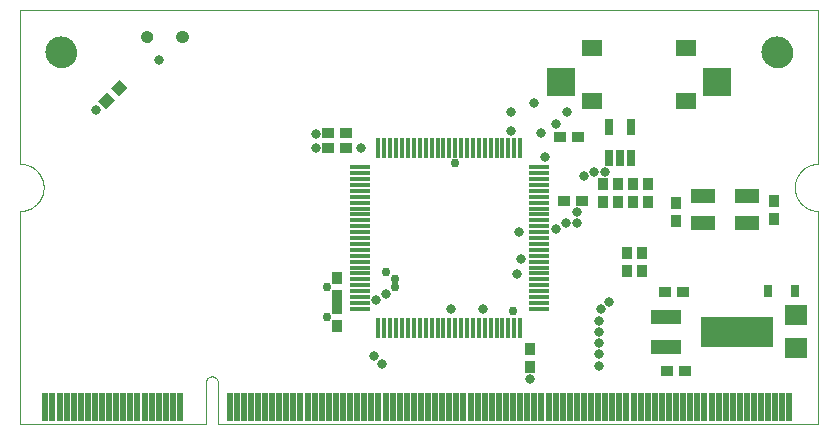
<source format=gts>
G75*
%MOIN*%
%OFA0B0*%
%FSLAX25Y25*%
%IPPOS*%
%LPD*%
%AMOC8*
5,1,8,0,0,1.08239X$1,22.5*
%
%ADD10C,0.00000*%
%ADD11C,0.10433*%
%ADD12R,0.09465X0.09465*%
%ADD13R,0.03740X0.04134*%
%ADD14R,0.04134X0.03740*%
%ADD15R,0.07677X0.06890*%
%ADD16C,0.04134*%
%ADD17R,0.06890X0.01772*%
%ADD18R,0.01772X0.06890*%
%ADD19R,0.08071X0.04921*%
%ADD20R,0.24213X0.10433*%
%ADD21R,0.10433X0.04528*%
%ADD22R,0.02362X0.09646*%
%ADD23R,0.02791X0.05591*%
%ADD24R,0.06693X0.05709*%
%ADD25R,0.03071X0.03858*%
%ADD26C,0.03291*%
%ADD27C,0.02953*%
D10*
X0005000Y0005000D02*
X0005000Y0075866D01*
X0005192Y0075868D01*
X0005383Y0075875D01*
X0005575Y0075887D01*
X0005766Y0075903D01*
X0005956Y0075924D01*
X0006146Y0075950D01*
X0006336Y0075980D01*
X0006524Y0076015D01*
X0006712Y0076054D01*
X0006899Y0076098D01*
X0007084Y0076147D01*
X0007268Y0076200D01*
X0007451Y0076257D01*
X0007633Y0076319D01*
X0007813Y0076386D01*
X0007991Y0076456D01*
X0008168Y0076531D01*
X0008342Y0076611D01*
X0008515Y0076694D01*
X0008685Y0076782D01*
X0008854Y0076873D01*
X0009020Y0076969D01*
X0009183Y0077069D01*
X0009345Y0077173D01*
X0009503Y0077281D01*
X0009659Y0077392D01*
X0009812Y0077508D01*
X0009963Y0077627D01*
X0010110Y0077749D01*
X0010254Y0077876D01*
X0010396Y0078005D01*
X0010534Y0078138D01*
X0010669Y0078275D01*
X0010800Y0078415D01*
X0010928Y0078557D01*
X0011052Y0078703D01*
X0011173Y0078852D01*
X0011290Y0079004D01*
X0011404Y0079158D01*
X0011514Y0079316D01*
X0011619Y0079476D01*
X0011721Y0079638D01*
X0011819Y0079803D01*
X0011913Y0079970D01*
X0012003Y0080140D01*
X0012088Y0080311D01*
X0012170Y0080485D01*
X0012247Y0080660D01*
X0012320Y0080838D01*
X0012388Y0081017D01*
X0012452Y0081198D01*
X0012512Y0081380D01*
X0012567Y0081563D01*
X0012618Y0081748D01*
X0012664Y0081934D01*
X0012706Y0082122D01*
X0012743Y0082310D01*
X0012776Y0082499D01*
X0012803Y0082688D01*
X0012827Y0082879D01*
X0012845Y0083070D01*
X0012859Y0083261D01*
X0012869Y0083452D01*
X0012873Y0083644D01*
X0012873Y0083836D01*
X0012869Y0084028D01*
X0012859Y0084219D01*
X0012845Y0084410D01*
X0012827Y0084601D01*
X0012803Y0084792D01*
X0012776Y0084981D01*
X0012743Y0085170D01*
X0012706Y0085358D01*
X0012664Y0085546D01*
X0012618Y0085732D01*
X0012567Y0085917D01*
X0012512Y0086100D01*
X0012452Y0086282D01*
X0012388Y0086463D01*
X0012320Y0086642D01*
X0012247Y0086820D01*
X0012170Y0086995D01*
X0012088Y0087169D01*
X0012003Y0087340D01*
X0011913Y0087510D01*
X0011819Y0087677D01*
X0011721Y0087842D01*
X0011619Y0088004D01*
X0011514Y0088164D01*
X0011404Y0088322D01*
X0011290Y0088476D01*
X0011173Y0088628D01*
X0011052Y0088777D01*
X0010928Y0088923D01*
X0010800Y0089065D01*
X0010669Y0089205D01*
X0010534Y0089342D01*
X0010396Y0089475D01*
X0010254Y0089604D01*
X0010110Y0089731D01*
X0009963Y0089853D01*
X0009812Y0089972D01*
X0009659Y0090088D01*
X0009503Y0090199D01*
X0009345Y0090307D01*
X0009183Y0090411D01*
X0009020Y0090511D01*
X0008854Y0090607D01*
X0008685Y0090698D01*
X0008515Y0090786D01*
X0008342Y0090869D01*
X0008168Y0090949D01*
X0007991Y0091024D01*
X0007813Y0091094D01*
X0007633Y0091161D01*
X0007451Y0091223D01*
X0007268Y0091280D01*
X0007084Y0091333D01*
X0006899Y0091382D01*
X0006712Y0091426D01*
X0006524Y0091465D01*
X0006336Y0091500D01*
X0006146Y0091530D01*
X0005956Y0091556D01*
X0005766Y0091577D01*
X0005575Y0091593D01*
X0005383Y0091605D01*
X0005192Y0091612D01*
X0005000Y0091614D01*
X0005000Y0142795D01*
X0271142Y0142795D01*
X0271142Y0091614D01*
X0270950Y0091612D01*
X0270759Y0091605D01*
X0270567Y0091593D01*
X0270376Y0091577D01*
X0270186Y0091556D01*
X0269996Y0091530D01*
X0269806Y0091500D01*
X0269618Y0091465D01*
X0269430Y0091426D01*
X0269243Y0091382D01*
X0269058Y0091333D01*
X0268874Y0091280D01*
X0268691Y0091223D01*
X0268509Y0091161D01*
X0268329Y0091094D01*
X0268151Y0091024D01*
X0267974Y0090949D01*
X0267800Y0090869D01*
X0267627Y0090786D01*
X0267457Y0090698D01*
X0267288Y0090607D01*
X0267122Y0090511D01*
X0266959Y0090411D01*
X0266797Y0090307D01*
X0266639Y0090199D01*
X0266483Y0090088D01*
X0266330Y0089972D01*
X0266179Y0089853D01*
X0266032Y0089731D01*
X0265888Y0089604D01*
X0265746Y0089475D01*
X0265608Y0089342D01*
X0265473Y0089205D01*
X0265342Y0089065D01*
X0265214Y0088923D01*
X0265090Y0088777D01*
X0264969Y0088628D01*
X0264852Y0088476D01*
X0264738Y0088322D01*
X0264628Y0088164D01*
X0264523Y0088004D01*
X0264421Y0087842D01*
X0264323Y0087677D01*
X0264229Y0087510D01*
X0264139Y0087340D01*
X0264054Y0087169D01*
X0263972Y0086995D01*
X0263895Y0086820D01*
X0263822Y0086642D01*
X0263754Y0086463D01*
X0263690Y0086282D01*
X0263630Y0086100D01*
X0263575Y0085917D01*
X0263524Y0085732D01*
X0263478Y0085546D01*
X0263436Y0085358D01*
X0263399Y0085170D01*
X0263366Y0084981D01*
X0263339Y0084792D01*
X0263315Y0084601D01*
X0263297Y0084410D01*
X0263283Y0084219D01*
X0263273Y0084028D01*
X0263269Y0083836D01*
X0263269Y0083644D01*
X0263273Y0083452D01*
X0263283Y0083261D01*
X0263297Y0083070D01*
X0263315Y0082879D01*
X0263339Y0082688D01*
X0263366Y0082499D01*
X0263399Y0082310D01*
X0263436Y0082122D01*
X0263478Y0081934D01*
X0263524Y0081748D01*
X0263575Y0081563D01*
X0263630Y0081380D01*
X0263690Y0081198D01*
X0263754Y0081017D01*
X0263822Y0080838D01*
X0263895Y0080660D01*
X0263972Y0080485D01*
X0264054Y0080311D01*
X0264139Y0080140D01*
X0264229Y0079970D01*
X0264323Y0079803D01*
X0264421Y0079638D01*
X0264523Y0079476D01*
X0264628Y0079316D01*
X0264738Y0079158D01*
X0264852Y0079004D01*
X0264969Y0078852D01*
X0265090Y0078703D01*
X0265214Y0078557D01*
X0265342Y0078415D01*
X0265473Y0078275D01*
X0265608Y0078138D01*
X0265746Y0078005D01*
X0265888Y0077876D01*
X0266032Y0077749D01*
X0266179Y0077627D01*
X0266330Y0077508D01*
X0266483Y0077392D01*
X0266639Y0077281D01*
X0266797Y0077173D01*
X0266959Y0077069D01*
X0267122Y0076969D01*
X0267288Y0076873D01*
X0267457Y0076782D01*
X0267627Y0076694D01*
X0267800Y0076611D01*
X0267974Y0076531D01*
X0268151Y0076456D01*
X0268329Y0076386D01*
X0268509Y0076319D01*
X0268691Y0076257D01*
X0268874Y0076200D01*
X0269058Y0076147D01*
X0269243Y0076098D01*
X0269430Y0076054D01*
X0269618Y0076015D01*
X0269806Y0075980D01*
X0269996Y0075950D01*
X0270186Y0075924D01*
X0270376Y0075903D01*
X0270567Y0075887D01*
X0270759Y0075875D01*
X0270950Y0075868D01*
X0271142Y0075866D01*
X0271142Y0005000D01*
X0070945Y0005000D01*
X0070945Y0018780D01*
X0070943Y0018867D01*
X0070937Y0018954D01*
X0070928Y0019041D01*
X0070914Y0019127D01*
X0070897Y0019212D01*
X0070876Y0019297D01*
X0070851Y0019380D01*
X0070823Y0019463D01*
X0070791Y0019544D01*
X0070755Y0019623D01*
X0070716Y0019701D01*
X0070674Y0019777D01*
X0070628Y0019851D01*
X0070579Y0019923D01*
X0070527Y0019993D01*
X0070472Y0020060D01*
X0070414Y0020125D01*
X0070353Y0020188D01*
X0070289Y0020247D01*
X0070223Y0020304D01*
X0070154Y0020357D01*
X0070083Y0020408D01*
X0070010Y0020455D01*
X0069935Y0020500D01*
X0069858Y0020540D01*
X0069780Y0020578D01*
X0069699Y0020611D01*
X0069618Y0020642D01*
X0069535Y0020668D01*
X0069450Y0020691D01*
X0069365Y0020710D01*
X0069280Y0020725D01*
X0069193Y0020737D01*
X0069107Y0020745D01*
X0069020Y0020749D01*
X0068932Y0020749D01*
X0068845Y0020745D01*
X0068759Y0020737D01*
X0068672Y0020725D01*
X0068587Y0020710D01*
X0068502Y0020691D01*
X0068417Y0020668D01*
X0068334Y0020642D01*
X0068253Y0020611D01*
X0068172Y0020578D01*
X0068094Y0020540D01*
X0068017Y0020500D01*
X0067942Y0020455D01*
X0067869Y0020408D01*
X0067798Y0020357D01*
X0067729Y0020304D01*
X0067663Y0020247D01*
X0067599Y0020188D01*
X0067538Y0020125D01*
X0067480Y0020060D01*
X0067425Y0019993D01*
X0067373Y0019923D01*
X0067324Y0019851D01*
X0067278Y0019777D01*
X0067236Y0019701D01*
X0067197Y0019623D01*
X0067161Y0019544D01*
X0067129Y0019463D01*
X0067101Y0019380D01*
X0067076Y0019297D01*
X0067055Y0019212D01*
X0067038Y0019127D01*
X0067024Y0019041D01*
X0067015Y0018954D01*
X0067009Y0018867D01*
X0067007Y0018780D01*
X0067008Y0018780D02*
X0067008Y0005000D01*
X0005000Y0005000D01*
X0013829Y0128750D02*
X0013831Y0128890D01*
X0013837Y0129030D01*
X0013847Y0129169D01*
X0013861Y0129308D01*
X0013879Y0129447D01*
X0013900Y0129585D01*
X0013926Y0129723D01*
X0013956Y0129860D01*
X0013989Y0129995D01*
X0014027Y0130130D01*
X0014068Y0130264D01*
X0014113Y0130397D01*
X0014161Y0130528D01*
X0014214Y0130657D01*
X0014270Y0130786D01*
X0014329Y0130912D01*
X0014393Y0131037D01*
X0014459Y0131160D01*
X0014530Y0131281D01*
X0014603Y0131400D01*
X0014680Y0131517D01*
X0014761Y0131631D01*
X0014844Y0131743D01*
X0014931Y0131853D01*
X0015021Y0131961D01*
X0015113Y0132065D01*
X0015209Y0132167D01*
X0015308Y0132267D01*
X0015409Y0132363D01*
X0015513Y0132457D01*
X0015620Y0132547D01*
X0015729Y0132634D01*
X0015841Y0132719D01*
X0015955Y0132800D01*
X0016071Y0132878D01*
X0016189Y0132952D01*
X0016310Y0133023D01*
X0016432Y0133091D01*
X0016557Y0133155D01*
X0016683Y0133216D01*
X0016810Y0133273D01*
X0016940Y0133326D01*
X0017071Y0133376D01*
X0017203Y0133421D01*
X0017336Y0133464D01*
X0017471Y0133502D01*
X0017606Y0133536D01*
X0017743Y0133567D01*
X0017880Y0133594D01*
X0018018Y0133616D01*
X0018157Y0133635D01*
X0018296Y0133650D01*
X0018435Y0133661D01*
X0018575Y0133668D01*
X0018715Y0133671D01*
X0018855Y0133670D01*
X0018995Y0133665D01*
X0019134Y0133656D01*
X0019274Y0133643D01*
X0019413Y0133626D01*
X0019551Y0133605D01*
X0019689Y0133581D01*
X0019826Y0133552D01*
X0019962Y0133520D01*
X0020097Y0133483D01*
X0020231Y0133443D01*
X0020364Y0133399D01*
X0020495Y0133351D01*
X0020625Y0133300D01*
X0020754Y0133245D01*
X0020881Y0133186D01*
X0021006Y0133123D01*
X0021129Y0133058D01*
X0021251Y0132988D01*
X0021370Y0132915D01*
X0021488Y0132839D01*
X0021603Y0132760D01*
X0021716Y0132677D01*
X0021826Y0132591D01*
X0021934Y0132502D01*
X0022039Y0132410D01*
X0022142Y0132315D01*
X0022242Y0132217D01*
X0022339Y0132117D01*
X0022433Y0132013D01*
X0022525Y0131907D01*
X0022613Y0131799D01*
X0022698Y0131688D01*
X0022780Y0131574D01*
X0022859Y0131458D01*
X0022934Y0131341D01*
X0023006Y0131221D01*
X0023074Y0131099D01*
X0023139Y0130975D01*
X0023201Y0130849D01*
X0023259Y0130722D01*
X0023313Y0130593D01*
X0023364Y0130462D01*
X0023410Y0130330D01*
X0023453Y0130197D01*
X0023493Y0130063D01*
X0023528Y0129928D01*
X0023560Y0129791D01*
X0023587Y0129654D01*
X0023611Y0129516D01*
X0023631Y0129378D01*
X0023647Y0129239D01*
X0023659Y0129099D01*
X0023667Y0128960D01*
X0023671Y0128820D01*
X0023671Y0128680D01*
X0023667Y0128540D01*
X0023659Y0128401D01*
X0023647Y0128261D01*
X0023631Y0128122D01*
X0023611Y0127984D01*
X0023587Y0127846D01*
X0023560Y0127709D01*
X0023528Y0127572D01*
X0023493Y0127437D01*
X0023453Y0127303D01*
X0023410Y0127170D01*
X0023364Y0127038D01*
X0023313Y0126907D01*
X0023259Y0126778D01*
X0023201Y0126651D01*
X0023139Y0126525D01*
X0023074Y0126401D01*
X0023006Y0126279D01*
X0022934Y0126159D01*
X0022859Y0126042D01*
X0022780Y0125926D01*
X0022698Y0125812D01*
X0022613Y0125701D01*
X0022525Y0125593D01*
X0022433Y0125487D01*
X0022339Y0125383D01*
X0022242Y0125283D01*
X0022142Y0125185D01*
X0022039Y0125090D01*
X0021934Y0124998D01*
X0021826Y0124909D01*
X0021716Y0124823D01*
X0021603Y0124740D01*
X0021488Y0124661D01*
X0021370Y0124585D01*
X0021251Y0124512D01*
X0021129Y0124442D01*
X0021006Y0124377D01*
X0020881Y0124314D01*
X0020754Y0124255D01*
X0020625Y0124200D01*
X0020495Y0124149D01*
X0020364Y0124101D01*
X0020231Y0124057D01*
X0020097Y0124017D01*
X0019962Y0123980D01*
X0019826Y0123948D01*
X0019689Y0123919D01*
X0019551Y0123895D01*
X0019413Y0123874D01*
X0019274Y0123857D01*
X0019134Y0123844D01*
X0018995Y0123835D01*
X0018855Y0123830D01*
X0018715Y0123829D01*
X0018575Y0123832D01*
X0018435Y0123839D01*
X0018296Y0123850D01*
X0018157Y0123865D01*
X0018018Y0123884D01*
X0017880Y0123906D01*
X0017743Y0123933D01*
X0017606Y0123964D01*
X0017471Y0123998D01*
X0017336Y0124036D01*
X0017203Y0124079D01*
X0017071Y0124124D01*
X0016940Y0124174D01*
X0016810Y0124227D01*
X0016683Y0124284D01*
X0016557Y0124345D01*
X0016432Y0124409D01*
X0016310Y0124477D01*
X0016189Y0124548D01*
X0016071Y0124622D01*
X0015955Y0124700D01*
X0015841Y0124781D01*
X0015729Y0124866D01*
X0015620Y0124953D01*
X0015513Y0125043D01*
X0015409Y0125137D01*
X0015308Y0125233D01*
X0015209Y0125333D01*
X0015113Y0125435D01*
X0015021Y0125539D01*
X0014931Y0125647D01*
X0014844Y0125757D01*
X0014761Y0125869D01*
X0014680Y0125983D01*
X0014603Y0126100D01*
X0014530Y0126219D01*
X0014459Y0126340D01*
X0014393Y0126463D01*
X0014329Y0126588D01*
X0014270Y0126714D01*
X0014214Y0126843D01*
X0014161Y0126972D01*
X0014113Y0127103D01*
X0014068Y0127236D01*
X0014027Y0127370D01*
X0013989Y0127505D01*
X0013956Y0127640D01*
X0013926Y0127777D01*
X0013900Y0127915D01*
X0013879Y0128053D01*
X0013861Y0128192D01*
X0013847Y0128331D01*
X0013837Y0128470D01*
X0013831Y0128610D01*
X0013829Y0128750D01*
X0045572Y0134025D02*
X0045574Y0134109D01*
X0045580Y0134192D01*
X0045590Y0134275D01*
X0045604Y0134358D01*
X0045621Y0134440D01*
X0045643Y0134521D01*
X0045668Y0134600D01*
X0045697Y0134679D01*
X0045730Y0134756D01*
X0045766Y0134831D01*
X0045806Y0134905D01*
X0045849Y0134977D01*
X0045896Y0135046D01*
X0045946Y0135113D01*
X0045999Y0135178D01*
X0046055Y0135240D01*
X0046113Y0135300D01*
X0046175Y0135357D01*
X0046239Y0135410D01*
X0046306Y0135461D01*
X0046375Y0135508D01*
X0046446Y0135553D01*
X0046519Y0135593D01*
X0046594Y0135630D01*
X0046671Y0135664D01*
X0046749Y0135694D01*
X0046828Y0135720D01*
X0046909Y0135743D01*
X0046991Y0135761D01*
X0047073Y0135776D01*
X0047156Y0135787D01*
X0047239Y0135794D01*
X0047323Y0135797D01*
X0047407Y0135796D01*
X0047490Y0135791D01*
X0047574Y0135782D01*
X0047656Y0135769D01*
X0047738Y0135753D01*
X0047819Y0135732D01*
X0047900Y0135708D01*
X0047978Y0135680D01*
X0048056Y0135648D01*
X0048132Y0135612D01*
X0048206Y0135573D01*
X0048278Y0135531D01*
X0048348Y0135485D01*
X0048416Y0135436D01*
X0048481Y0135384D01*
X0048544Y0135329D01*
X0048604Y0135271D01*
X0048662Y0135210D01*
X0048716Y0135146D01*
X0048768Y0135080D01*
X0048816Y0135012D01*
X0048861Y0134941D01*
X0048902Y0134868D01*
X0048941Y0134794D01*
X0048975Y0134718D01*
X0049006Y0134640D01*
X0049033Y0134561D01*
X0049057Y0134480D01*
X0049076Y0134399D01*
X0049092Y0134317D01*
X0049104Y0134234D01*
X0049112Y0134150D01*
X0049116Y0134067D01*
X0049116Y0133983D01*
X0049112Y0133900D01*
X0049104Y0133816D01*
X0049092Y0133733D01*
X0049076Y0133651D01*
X0049057Y0133570D01*
X0049033Y0133489D01*
X0049006Y0133410D01*
X0048975Y0133332D01*
X0048941Y0133256D01*
X0048902Y0133182D01*
X0048861Y0133109D01*
X0048816Y0133038D01*
X0048768Y0132970D01*
X0048716Y0132904D01*
X0048662Y0132840D01*
X0048604Y0132779D01*
X0048544Y0132721D01*
X0048481Y0132666D01*
X0048416Y0132614D01*
X0048348Y0132565D01*
X0048278Y0132519D01*
X0048206Y0132477D01*
X0048132Y0132438D01*
X0048056Y0132402D01*
X0047978Y0132370D01*
X0047900Y0132342D01*
X0047819Y0132318D01*
X0047738Y0132297D01*
X0047656Y0132281D01*
X0047574Y0132268D01*
X0047490Y0132259D01*
X0047407Y0132254D01*
X0047323Y0132253D01*
X0047239Y0132256D01*
X0047156Y0132263D01*
X0047073Y0132274D01*
X0046991Y0132289D01*
X0046909Y0132307D01*
X0046828Y0132330D01*
X0046749Y0132356D01*
X0046671Y0132386D01*
X0046594Y0132420D01*
X0046519Y0132457D01*
X0046446Y0132497D01*
X0046375Y0132542D01*
X0046306Y0132589D01*
X0046239Y0132640D01*
X0046175Y0132693D01*
X0046113Y0132750D01*
X0046055Y0132810D01*
X0045999Y0132872D01*
X0045946Y0132937D01*
X0045896Y0133004D01*
X0045849Y0133073D01*
X0045806Y0133145D01*
X0045766Y0133219D01*
X0045730Y0133294D01*
X0045697Y0133371D01*
X0045668Y0133450D01*
X0045643Y0133529D01*
X0045621Y0133610D01*
X0045604Y0133692D01*
X0045590Y0133775D01*
X0045580Y0133858D01*
X0045574Y0133941D01*
X0045572Y0134025D01*
X0057384Y0134025D02*
X0057386Y0134109D01*
X0057392Y0134192D01*
X0057402Y0134275D01*
X0057416Y0134358D01*
X0057433Y0134440D01*
X0057455Y0134521D01*
X0057480Y0134600D01*
X0057509Y0134679D01*
X0057542Y0134756D01*
X0057578Y0134831D01*
X0057618Y0134905D01*
X0057661Y0134977D01*
X0057708Y0135046D01*
X0057758Y0135113D01*
X0057811Y0135178D01*
X0057867Y0135240D01*
X0057925Y0135300D01*
X0057987Y0135357D01*
X0058051Y0135410D01*
X0058118Y0135461D01*
X0058187Y0135508D01*
X0058258Y0135553D01*
X0058331Y0135593D01*
X0058406Y0135630D01*
X0058483Y0135664D01*
X0058561Y0135694D01*
X0058640Y0135720D01*
X0058721Y0135743D01*
X0058803Y0135761D01*
X0058885Y0135776D01*
X0058968Y0135787D01*
X0059051Y0135794D01*
X0059135Y0135797D01*
X0059219Y0135796D01*
X0059302Y0135791D01*
X0059386Y0135782D01*
X0059468Y0135769D01*
X0059550Y0135753D01*
X0059631Y0135732D01*
X0059712Y0135708D01*
X0059790Y0135680D01*
X0059868Y0135648D01*
X0059944Y0135612D01*
X0060018Y0135573D01*
X0060090Y0135531D01*
X0060160Y0135485D01*
X0060228Y0135436D01*
X0060293Y0135384D01*
X0060356Y0135329D01*
X0060416Y0135271D01*
X0060474Y0135210D01*
X0060528Y0135146D01*
X0060580Y0135080D01*
X0060628Y0135012D01*
X0060673Y0134941D01*
X0060714Y0134868D01*
X0060753Y0134794D01*
X0060787Y0134718D01*
X0060818Y0134640D01*
X0060845Y0134561D01*
X0060869Y0134480D01*
X0060888Y0134399D01*
X0060904Y0134317D01*
X0060916Y0134234D01*
X0060924Y0134150D01*
X0060928Y0134067D01*
X0060928Y0133983D01*
X0060924Y0133900D01*
X0060916Y0133816D01*
X0060904Y0133733D01*
X0060888Y0133651D01*
X0060869Y0133570D01*
X0060845Y0133489D01*
X0060818Y0133410D01*
X0060787Y0133332D01*
X0060753Y0133256D01*
X0060714Y0133182D01*
X0060673Y0133109D01*
X0060628Y0133038D01*
X0060580Y0132970D01*
X0060528Y0132904D01*
X0060474Y0132840D01*
X0060416Y0132779D01*
X0060356Y0132721D01*
X0060293Y0132666D01*
X0060228Y0132614D01*
X0060160Y0132565D01*
X0060090Y0132519D01*
X0060018Y0132477D01*
X0059944Y0132438D01*
X0059868Y0132402D01*
X0059790Y0132370D01*
X0059712Y0132342D01*
X0059631Y0132318D01*
X0059550Y0132297D01*
X0059468Y0132281D01*
X0059386Y0132268D01*
X0059302Y0132259D01*
X0059219Y0132254D01*
X0059135Y0132253D01*
X0059051Y0132256D01*
X0058968Y0132263D01*
X0058885Y0132274D01*
X0058803Y0132289D01*
X0058721Y0132307D01*
X0058640Y0132330D01*
X0058561Y0132356D01*
X0058483Y0132386D01*
X0058406Y0132420D01*
X0058331Y0132457D01*
X0058258Y0132497D01*
X0058187Y0132542D01*
X0058118Y0132589D01*
X0058051Y0132640D01*
X0057987Y0132693D01*
X0057925Y0132750D01*
X0057867Y0132810D01*
X0057811Y0132872D01*
X0057758Y0132937D01*
X0057708Y0133004D01*
X0057661Y0133073D01*
X0057618Y0133145D01*
X0057578Y0133219D01*
X0057542Y0133294D01*
X0057509Y0133371D01*
X0057480Y0133450D01*
X0057455Y0133529D01*
X0057433Y0133610D01*
X0057416Y0133692D01*
X0057402Y0133775D01*
X0057392Y0133858D01*
X0057386Y0133941D01*
X0057384Y0134025D01*
X0252579Y0128750D02*
X0252581Y0128890D01*
X0252587Y0129030D01*
X0252597Y0129169D01*
X0252611Y0129308D01*
X0252629Y0129447D01*
X0252650Y0129585D01*
X0252676Y0129723D01*
X0252706Y0129860D01*
X0252739Y0129995D01*
X0252777Y0130130D01*
X0252818Y0130264D01*
X0252863Y0130397D01*
X0252911Y0130528D01*
X0252964Y0130657D01*
X0253020Y0130786D01*
X0253079Y0130912D01*
X0253143Y0131037D01*
X0253209Y0131160D01*
X0253280Y0131281D01*
X0253353Y0131400D01*
X0253430Y0131517D01*
X0253511Y0131631D01*
X0253594Y0131743D01*
X0253681Y0131853D01*
X0253771Y0131961D01*
X0253863Y0132065D01*
X0253959Y0132167D01*
X0254058Y0132267D01*
X0254159Y0132363D01*
X0254263Y0132457D01*
X0254370Y0132547D01*
X0254479Y0132634D01*
X0254591Y0132719D01*
X0254705Y0132800D01*
X0254821Y0132878D01*
X0254939Y0132952D01*
X0255060Y0133023D01*
X0255182Y0133091D01*
X0255307Y0133155D01*
X0255433Y0133216D01*
X0255560Y0133273D01*
X0255690Y0133326D01*
X0255821Y0133376D01*
X0255953Y0133421D01*
X0256086Y0133464D01*
X0256221Y0133502D01*
X0256356Y0133536D01*
X0256493Y0133567D01*
X0256630Y0133594D01*
X0256768Y0133616D01*
X0256907Y0133635D01*
X0257046Y0133650D01*
X0257185Y0133661D01*
X0257325Y0133668D01*
X0257465Y0133671D01*
X0257605Y0133670D01*
X0257745Y0133665D01*
X0257884Y0133656D01*
X0258024Y0133643D01*
X0258163Y0133626D01*
X0258301Y0133605D01*
X0258439Y0133581D01*
X0258576Y0133552D01*
X0258712Y0133520D01*
X0258847Y0133483D01*
X0258981Y0133443D01*
X0259114Y0133399D01*
X0259245Y0133351D01*
X0259375Y0133300D01*
X0259504Y0133245D01*
X0259631Y0133186D01*
X0259756Y0133123D01*
X0259879Y0133058D01*
X0260001Y0132988D01*
X0260120Y0132915D01*
X0260238Y0132839D01*
X0260353Y0132760D01*
X0260466Y0132677D01*
X0260576Y0132591D01*
X0260684Y0132502D01*
X0260789Y0132410D01*
X0260892Y0132315D01*
X0260992Y0132217D01*
X0261089Y0132117D01*
X0261183Y0132013D01*
X0261275Y0131907D01*
X0261363Y0131799D01*
X0261448Y0131688D01*
X0261530Y0131574D01*
X0261609Y0131458D01*
X0261684Y0131341D01*
X0261756Y0131221D01*
X0261824Y0131099D01*
X0261889Y0130975D01*
X0261951Y0130849D01*
X0262009Y0130722D01*
X0262063Y0130593D01*
X0262114Y0130462D01*
X0262160Y0130330D01*
X0262203Y0130197D01*
X0262243Y0130063D01*
X0262278Y0129928D01*
X0262310Y0129791D01*
X0262337Y0129654D01*
X0262361Y0129516D01*
X0262381Y0129378D01*
X0262397Y0129239D01*
X0262409Y0129099D01*
X0262417Y0128960D01*
X0262421Y0128820D01*
X0262421Y0128680D01*
X0262417Y0128540D01*
X0262409Y0128401D01*
X0262397Y0128261D01*
X0262381Y0128122D01*
X0262361Y0127984D01*
X0262337Y0127846D01*
X0262310Y0127709D01*
X0262278Y0127572D01*
X0262243Y0127437D01*
X0262203Y0127303D01*
X0262160Y0127170D01*
X0262114Y0127038D01*
X0262063Y0126907D01*
X0262009Y0126778D01*
X0261951Y0126651D01*
X0261889Y0126525D01*
X0261824Y0126401D01*
X0261756Y0126279D01*
X0261684Y0126159D01*
X0261609Y0126042D01*
X0261530Y0125926D01*
X0261448Y0125812D01*
X0261363Y0125701D01*
X0261275Y0125593D01*
X0261183Y0125487D01*
X0261089Y0125383D01*
X0260992Y0125283D01*
X0260892Y0125185D01*
X0260789Y0125090D01*
X0260684Y0124998D01*
X0260576Y0124909D01*
X0260466Y0124823D01*
X0260353Y0124740D01*
X0260238Y0124661D01*
X0260120Y0124585D01*
X0260001Y0124512D01*
X0259879Y0124442D01*
X0259756Y0124377D01*
X0259631Y0124314D01*
X0259504Y0124255D01*
X0259375Y0124200D01*
X0259245Y0124149D01*
X0259114Y0124101D01*
X0258981Y0124057D01*
X0258847Y0124017D01*
X0258712Y0123980D01*
X0258576Y0123948D01*
X0258439Y0123919D01*
X0258301Y0123895D01*
X0258163Y0123874D01*
X0258024Y0123857D01*
X0257884Y0123844D01*
X0257745Y0123835D01*
X0257605Y0123830D01*
X0257465Y0123829D01*
X0257325Y0123832D01*
X0257185Y0123839D01*
X0257046Y0123850D01*
X0256907Y0123865D01*
X0256768Y0123884D01*
X0256630Y0123906D01*
X0256493Y0123933D01*
X0256356Y0123964D01*
X0256221Y0123998D01*
X0256086Y0124036D01*
X0255953Y0124079D01*
X0255821Y0124124D01*
X0255690Y0124174D01*
X0255560Y0124227D01*
X0255433Y0124284D01*
X0255307Y0124345D01*
X0255182Y0124409D01*
X0255060Y0124477D01*
X0254939Y0124548D01*
X0254821Y0124622D01*
X0254705Y0124700D01*
X0254591Y0124781D01*
X0254479Y0124866D01*
X0254370Y0124953D01*
X0254263Y0125043D01*
X0254159Y0125137D01*
X0254058Y0125233D01*
X0253959Y0125333D01*
X0253863Y0125435D01*
X0253771Y0125539D01*
X0253681Y0125647D01*
X0253594Y0125757D01*
X0253511Y0125869D01*
X0253430Y0125983D01*
X0253353Y0126100D01*
X0253280Y0126219D01*
X0253209Y0126340D01*
X0253143Y0126463D01*
X0253079Y0126588D01*
X0253020Y0126714D01*
X0252964Y0126843D01*
X0252911Y0126972D01*
X0252863Y0127103D01*
X0252818Y0127236D01*
X0252777Y0127370D01*
X0252739Y0127505D01*
X0252706Y0127640D01*
X0252676Y0127777D01*
X0252650Y0127915D01*
X0252629Y0128053D01*
X0252611Y0128192D01*
X0252597Y0128331D01*
X0252587Y0128470D01*
X0252581Y0128610D01*
X0252579Y0128750D01*
D11*
X0257500Y0128750D03*
X0018750Y0128750D03*
D12*
X0185250Y0118750D03*
X0237250Y0118750D03*
D13*
X0214375Y0084875D03*
X0209375Y0084875D03*
X0204375Y0084875D03*
X0199375Y0084875D03*
X0199375Y0078875D03*
X0204375Y0078875D03*
X0209375Y0078875D03*
X0214375Y0078875D03*
X0223750Y0078625D03*
X0223750Y0072625D03*
X0212500Y0061750D03*
X0207500Y0061750D03*
X0207500Y0055750D03*
X0212500Y0055750D03*
X0175000Y0029875D03*
X0175000Y0023875D03*
X0110625Y0037625D03*
X0110625Y0043625D03*
X0110625Y0047625D03*
X0110625Y0053625D03*
X0256250Y0073250D03*
X0256250Y0079250D03*
D14*
X0226125Y0048750D03*
X0220125Y0048750D03*
X0220750Y0022500D03*
X0226750Y0022500D03*
X0192375Y0079375D03*
X0186375Y0079375D03*
X0185125Y0100625D03*
X0191125Y0100625D03*
X0113625Y0101875D03*
X0107625Y0101875D03*
X0107625Y0096875D03*
X0113625Y0096875D03*
G36*
X0035305Y0116722D02*
X0038227Y0119644D01*
X0040871Y0117000D01*
X0037949Y0114078D01*
X0035305Y0116722D01*
G37*
G36*
X0031063Y0112480D02*
X0033985Y0115402D01*
X0036629Y0112758D01*
X0033707Y0109836D01*
X0031063Y0112480D01*
G37*
D15*
X0263750Y0041137D03*
X0263750Y0030113D03*
D16*
X0059156Y0134025D03*
X0047344Y0134025D03*
D17*
X0118204Y0090497D03*
X0118204Y0088529D03*
X0118204Y0086560D03*
X0118204Y0084592D03*
X0118204Y0082623D03*
X0118204Y0080655D03*
X0118204Y0078686D03*
X0118204Y0076718D03*
X0118204Y0074749D03*
X0118204Y0072781D03*
X0118204Y0070812D03*
X0118204Y0068844D03*
X0118204Y0066875D03*
X0118204Y0064906D03*
X0118204Y0062938D03*
X0118204Y0060969D03*
X0118204Y0059001D03*
X0118204Y0057032D03*
X0118204Y0055064D03*
X0118204Y0053095D03*
X0118204Y0051127D03*
X0118204Y0049158D03*
X0118204Y0047190D03*
X0118204Y0045221D03*
X0118204Y0043253D03*
X0178046Y0043253D03*
X0178046Y0045221D03*
X0178046Y0047190D03*
X0178046Y0049158D03*
X0178046Y0051127D03*
X0178046Y0053095D03*
X0178046Y0055064D03*
X0178046Y0057032D03*
X0178046Y0059001D03*
X0178046Y0060969D03*
X0178046Y0062938D03*
X0178046Y0064906D03*
X0178046Y0066875D03*
X0178046Y0068844D03*
X0178046Y0070812D03*
X0178046Y0072781D03*
X0178046Y0074749D03*
X0178046Y0076718D03*
X0178046Y0078686D03*
X0178046Y0080655D03*
X0178046Y0082623D03*
X0178046Y0084592D03*
X0178046Y0086560D03*
X0178046Y0088529D03*
X0178046Y0090497D03*
D18*
X0171747Y0096796D03*
X0169779Y0096796D03*
X0167810Y0096796D03*
X0165842Y0096796D03*
X0163873Y0096796D03*
X0161905Y0096796D03*
X0159936Y0096796D03*
X0157968Y0096796D03*
X0155999Y0096796D03*
X0154031Y0096796D03*
X0152062Y0096796D03*
X0150094Y0096796D03*
X0148125Y0096796D03*
X0146156Y0096796D03*
X0144188Y0096796D03*
X0142219Y0096796D03*
X0140251Y0096796D03*
X0138282Y0096796D03*
X0136314Y0096796D03*
X0134345Y0096796D03*
X0132377Y0096796D03*
X0130408Y0096796D03*
X0128440Y0096796D03*
X0126471Y0096796D03*
X0124503Y0096796D03*
X0124503Y0036954D03*
X0126471Y0036954D03*
X0128440Y0036954D03*
X0130408Y0036954D03*
X0132377Y0036954D03*
X0134345Y0036954D03*
X0136314Y0036954D03*
X0138282Y0036954D03*
X0140251Y0036954D03*
X0142219Y0036954D03*
X0144188Y0036954D03*
X0146156Y0036954D03*
X0148125Y0036954D03*
X0150094Y0036954D03*
X0152062Y0036954D03*
X0154031Y0036954D03*
X0155999Y0036954D03*
X0157968Y0036954D03*
X0159936Y0036954D03*
X0161905Y0036954D03*
X0163873Y0036954D03*
X0165842Y0036954D03*
X0167810Y0036954D03*
X0169779Y0036954D03*
X0171747Y0036954D03*
D19*
X0232717Y0071722D03*
X0232717Y0080778D03*
X0247283Y0080778D03*
X0247283Y0071722D03*
D20*
X0244006Y0035625D03*
D21*
X0220384Y0030625D03*
X0220384Y0040625D03*
D22*
X0221339Y0010512D03*
X0223701Y0010512D03*
X0226063Y0010512D03*
X0228425Y0010512D03*
X0230787Y0010512D03*
X0233150Y0010512D03*
X0235512Y0010512D03*
X0237874Y0010512D03*
X0240236Y0010512D03*
X0242598Y0010512D03*
X0244961Y0010512D03*
X0247323Y0010512D03*
X0249685Y0010512D03*
X0252047Y0010512D03*
X0254409Y0010512D03*
X0256772Y0010512D03*
X0259134Y0010512D03*
X0261496Y0010512D03*
X0218976Y0010512D03*
X0216614Y0010512D03*
X0214252Y0010512D03*
X0211890Y0010512D03*
X0209528Y0010512D03*
X0207165Y0010512D03*
X0204803Y0010512D03*
X0202441Y0010512D03*
X0200079Y0010512D03*
X0197717Y0010512D03*
X0195354Y0010512D03*
X0192992Y0010512D03*
X0190630Y0010512D03*
X0188268Y0010512D03*
X0185906Y0010512D03*
X0183543Y0010512D03*
X0181181Y0010512D03*
X0178819Y0010512D03*
X0176457Y0010512D03*
X0174094Y0010512D03*
X0171732Y0010512D03*
X0169370Y0010512D03*
X0167008Y0010512D03*
X0164646Y0010512D03*
X0162283Y0010512D03*
X0159921Y0010512D03*
X0157559Y0010512D03*
X0155197Y0010512D03*
X0152835Y0010512D03*
X0150472Y0010512D03*
X0148110Y0010512D03*
X0145748Y0010512D03*
X0143386Y0010512D03*
X0141024Y0010512D03*
X0138661Y0010512D03*
X0136299Y0010512D03*
X0133937Y0010512D03*
X0131575Y0010512D03*
X0129213Y0010512D03*
X0126850Y0010512D03*
X0124488Y0010512D03*
X0122126Y0010512D03*
X0119764Y0010512D03*
X0117402Y0010512D03*
X0115039Y0010512D03*
X0112677Y0010512D03*
X0110315Y0010512D03*
X0107953Y0010512D03*
X0105591Y0010512D03*
X0103228Y0010512D03*
X0100866Y0010512D03*
X0098504Y0010512D03*
X0096142Y0010512D03*
X0093780Y0010512D03*
X0091417Y0010512D03*
X0089055Y0010512D03*
X0086693Y0010512D03*
X0084331Y0010512D03*
X0081969Y0010512D03*
X0079606Y0010512D03*
X0077244Y0010512D03*
X0074882Y0010512D03*
X0058346Y0010512D03*
X0055984Y0010512D03*
X0053622Y0010512D03*
X0051260Y0010512D03*
X0048898Y0010512D03*
X0046535Y0010512D03*
X0044173Y0010512D03*
X0041811Y0010512D03*
X0039449Y0010512D03*
X0037087Y0010512D03*
X0034724Y0010512D03*
X0032362Y0010512D03*
X0030000Y0010512D03*
X0027638Y0010512D03*
X0025276Y0010512D03*
X0022913Y0010512D03*
X0020551Y0010512D03*
X0018189Y0010512D03*
X0015827Y0010512D03*
X0013465Y0010512D03*
D23*
X0201300Y0093650D03*
X0205000Y0093650D03*
X0208700Y0093650D03*
X0208700Y0103850D03*
X0201300Y0103850D03*
D24*
X0195600Y0112392D03*
X0195600Y0130108D03*
X0226900Y0130108D03*
X0226900Y0112392D03*
D25*
X0254222Y0049375D03*
X0263278Y0049375D03*
D26*
X0201250Y0045625D03*
X0198750Y0043125D03*
X0198125Y0039375D03*
X0198125Y0035625D03*
X0198125Y0031875D03*
X0198125Y0028125D03*
X0198125Y0024375D03*
X0175000Y0020000D03*
X0159375Y0043125D03*
X0148750Y0043125D03*
X0126875Y0048125D03*
X0123750Y0046250D03*
X0123125Y0027500D03*
X0125625Y0025000D03*
X0170625Y0055000D03*
X0171875Y0060000D03*
X0171250Y0068750D03*
X0183750Y0070000D03*
X0186875Y0071875D03*
X0190625Y0071875D03*
X0190625Y0075625D03*
X0193125Y0087500D03*
X0196250Y0088750D03*
X0200000Y0088750D03*
X0180000Y0093750D03*
X0178750Y0101875D03*
X0183750Y0105000D03*
X0187500Y0108750D03*
X0176250Y0111875D03*
X0168750Y0108875D03*
X0168750Y0102500D03*
X0118750Y0096875D03*
X0103750Y0096875D03*
X0103750Y0101475D03*
X0051250Y0126250D03*
X0030500Y0109650D03*
D27*
X0107500Y0050625D03*
X0107500Y0040625D03*
X0126875Y0055625D03*
X0130000Y0053351D03*
X0130000Y0050399D03*
X0169375Y0042500D03*
X0150000Y0091875D03*
M02*

</source>
